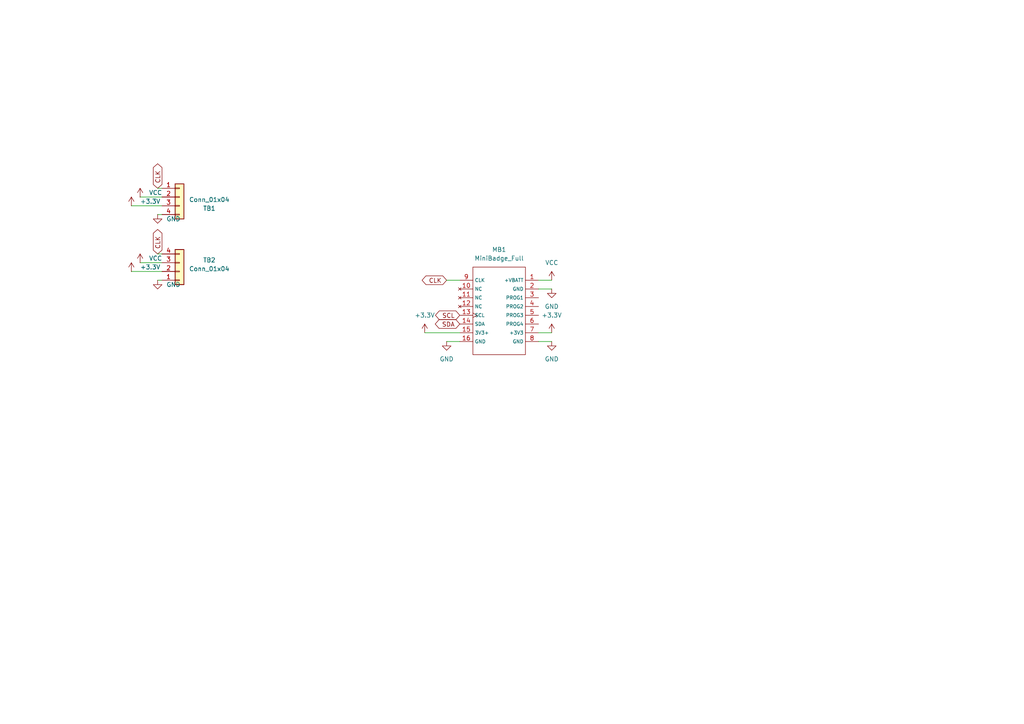
<source format=kicad_sch>
(kicad_sch (version 20250114) (generator "eeschema") (generator_version "9.0")
  (paper "A4")
  (lib_symbols
    (symbol "Connector_Generic:Conn_01x04" (pin_names (offset 1.016) (hide yes))
      (property "Reference" "J" (at 0 5.08 0))
      (property "Value" "Conn_01x04" (at 0 -7.62 0))
      (symbol "Conn_01x04_1_1"
        (rectangle (start -1.27 3.81) (end 1.27 -6.35) (stroke (width 0.254)) (fill (type background)))
        (rectangle (start -1.27 2.667) (end 0 2.413) (stroke (width 0.1524)))
        (rectangle (start -1.27 0.127) (end 0 -0.127) (stroke (width 0.1524)))
        (rectangle (start -1.27 -2.413) (end 0 -2.667) (stroke (width 0.1524)))
        (rectangle (start -1.27 -4.953) (end 0 -5.207) (stroke (width 0.1524)))
        (pin passive line (at -5.08 2.54 0) (length 3.81) (name "Pin_1") (number "1"))
        (pin passive line (at -5.08 0 0) (length 3.81) (name "Pin_2") (number "2"))
        (pin passive line (at -5.08 -2.54 0) (length 3.81) (name "Pin_3") (number "3"))
        (pin passive line (at -5.08 -5.08 0) (length 3.81) (name "Pin_4") (number "4"))
      )
    )
    (symbol "MiniBadge:MiniBadge_Full"
      (property "Reference" "MB" (at 8.89 0 0))
      (property "Value" "MiniBadge_Full" (at -10.16 0 0))
      (symbol "MiniBadge_Full_0_1"
        (rectangle (start -12.7 7.62) (end 12.7 -7.62))
      )
      (symbol "MiniBadge_Full_1_1"
        (pin power_out line (at -8.89 11.43 270) (length 3.81) (name "+VBATT") (number "1"))
        (pin output line (at -8.89 -11.43 90) (length 3.81) (name "CLK") (number "9"))
        (pin power_out line (at -6.35 11.43 270) (length 3.81) (name "GND") (number "2"))
        (pin no_connect line (at -6.35 -11.43 90) (length 3.81) (name "NC") (number "10"))
        (pin bidirectional line (at -3.81 11.43 270) (length 3.81) (name "PROG1") (number "3"))
        (pin no_connect line (at -3.81 -11.43 90) (length 3.81) (name "NC") (number "11"))
        (pin bidirectional line (at -1.27 11.43 270) (length 3.81) (name "PROG2") (number "4"))
        (pin no_connect line (at -1.27 -11.43 90) (length 3.81) (name "NC") (number "12"))
        (pin bidirectional line (at 1.27 11.43 270) (length 3.81) (name "PROG3") (number "5"))
        (pin bidirectional clock (at 1.27 -11.43 90) (length 3.81) (name "SCL") (number "13"))
        (pin bidirectional line (at 3.81 11.43 270) (length 3.81) (name "PROG4") (number "6"))
        (pin output line (at 3.81 -11.43 90) (length 3.81) (name "SDA") (number "14"))
        (pin power_out line (at 6.35 11.43 270) (length 3.81) (name "+3V3") (number "7"))
        (pin power_out line (at 6.35 -11.43 90) (length 3.81) (name "3V3+") (number "15"))
        (pin power_out line (at 8.89 11.43 270) (length 3.81) (name "GND") (number "8"))
        (pin power_out line (at 8.89 -11.43 90) (length 3.81) (name "GND") (number "16"))
      )
    )
    (symbol "power:+3.3V" (power) (pin_numbers (hide yes)) (pin_names (offset 0) (hide yes))
      (property "Value" "+3.3V" (at 0 3.556 0))
      (symbol "+3.3V_0_1"
        (polyline (pts (xy -0.762 1.27) (xy 0 2.54)))
        (polyline (pts (xy 0 2.54) (xy 0.762 1.27)))
        (polyline (pts (xy 0 0) (xy 0 2.54)))
      )
      (symbol "+3.3V_1_1"
        (pin power_in line (at 0 0 90) (length 0) (name "~") (number "1"))
      )
    )
    (symbol "power:GND" (power) (pin_numbers (hide yes)) (pin_names (offset 0) (hide yes))
      (property "Value" "GND" (at 0 -3.81 0))
      (symbol "GND_0_1"
        (polyline (pts (xy 0 0) (xy 0 -1.27) (xy 1.27 -1.27) (xy 0 -2.54) (xy -1.27 -1.27) (xy 0 -1.27)))
      )
      (symbol "GND_1_1"
        (pin power_in line (at 0 0 270) (length 0) (name "~") (number "1"))
      )
    )
    (symbol "power:VCC" (power) (pin_numbers (hide yes)) (pin_names (offset 0) (hide yes))
      (property "Value" "VCC" (at 0 3.556 0))
      (symbol "VCC_0_1"
        (polyline (pts (xy -0.762 1.27) (xy 0 2.54)))
        (polyline (pts (xy 0 2.54) (xy 0.762 1.27)))
        (polyline (pts (xy 0 0) (xy 0 2.54)))
      )
      (symbol "VCC_1_1"
        (pin power_in line (at 0 0 90) (length 0) (name "~") (number "1"))
      )
    )
  )
  (wire (pts (xy 46.99 57.15) (xy 40.64 57.15)))
  (wire (pts (xy 129.54 99.06) (xy 133.35 99.06)))
  (wire (pts (xy 156.21 83.82) (xy 160.02 83.82)))
  (wire (pts (xy 45.72 54.61) (xy 46.99 54.61)))
  (wire (pts (xy 46.99 76.2) (xy 40.64 76.2)))
  (wire (pts (xy 129.54 81.28) (xy 133.35 81.28)))
  (wire (pts (xy 123.19 96.52) (xy 133.35 96.52)))
  (wire (pts (xy 46.99 78.74) (xy 38.1 78.74)))
  (wire (pts (xy 46.99 59.69) (xy 38.1 59.69)))
  (wire (pts (xy 156.21 96.52) (xy 160.02 96.52)))
  (wire (pts (xy 46.99 62.23) (xy 45.72 62.23)))
  (wire (pts (xy 156.21 81.28) (xy 160.02 81.28)))
  (wire (pts (xy 46.99 81.28) (xy 45.72 81.28)))
  (wire (pts (xy 156.21 99.06) (xy 160.02 99.06)))
  (wire (pts (xy 45.72 73.66) (xy 46.99 73.66)))
  (global_label "SDA" (shape bidirectional) (at 133.35 93.98 180) (property "Intersheetrefs" "${INTERSHEET_REFS}" (effects (hide yes))))
  (global_label "CLK" (shape bidirectional) (at 129.54 81.28 180) (property "Intersheetrefs" "${INTERSHEET_REFS}" (effects (hide yes))))
  (global_label "SCL" (shape bidirectional) (at 133.35 91.44 180) (property "Intersheetrefs" "${INTERSHEET_REFS}" (effects (hide yes))))
  (global_label "CLK" (shape bidirectional) (at 45.72 54.61 90) (property "Intersheetrefs" "${INTERSHEET_REFS}" (effects (hide yes))))
  (global_label "CLK" (shape bidirectional) (at 45.72 73.66 90) (property "Intersheetrefs" "${INTERSHEET_REFS}" (effects (hide yes))))
  (symbol (lib_id "Connector_Generic:Conn_01x04") (at 52.07 78.74 0) (mirror x) (unit 1)
    (property "Reference" "TB2" (at 60.706 75.438 0))
    (property "Value" "Conn_01x04" (at 60.706 77.978 0))
    (property "Footprint" "Connector_JST:JST_GH_SM04B-GHS-TB_1x04-1MP_P1.25mm_Horizontal" (effects (hide yes)))
    (property "Description" "Generic connector, single row, 01x04, script generated (kicad-library-utils/schlib/autogen/connector/)" (effects (hide yes)))
  )
  (symbol (lib_id "power:+3.3V") (at 38.1 59.69 0) (unit 1)
    (property "Reference" "#PWR017" (effects (hide yes)))
    (property "Value" "+3.3V" (at 40.64 58.4199 0) (effects (justify left)))
    (property "Description" "Power symbol creates a global label with name \"+3.3V\"" (effects (hide yes)))
  )
  (symbol (lib_id "MiniBadge:MiniBadge_Full") (at 144.78 90.17 270) (unit 1)
    (property "Reference" "MB1" (at 144.78 72.39 90))
    (property "Value" "MiniBadge_Full" (at 144.78 74.93 90))
    (property "Footprint" "MiniBadge:MiniBadge_Slot_Reflective" (effects (hide yes)))
  )
  (symbol (lib_id "power:VCC") (at 40.64 57.15 0) (unit 1)
    (property "Reference" "#PWR016" (effects (hide yes)))
    (property "Value" "VCC" (at 43.18 55.8799 0) (effects (justify left)))
    (property "Description" "Power symbol creates a global label with name \"VCC\"" (effects (hide yes)))
  )
  (symbol (lib_id "power:+3.3V") (at 38.1 78.74 0) (unit 1)
    (property "Reference" "#PWR08" (effects (hide yes)))
    (property "Value" "+3.3V" (at 40.64 77.4699 0) (effects (justify left)))
    (property "Description" "Power symbol creates a global label with name \"+3.3V\"" (effects (hide yes)))
  )
  (symbol (lib_id "power:GND") (at 160.02 83.82 0) (unit 1)
    (property "Reference" "#PWR01" (effects (hide yes)))
    (property "Value" "GND" (at 160.02 88.9 0))
    (property "Description" "Power symbol creates a global label with name \"GND\" , ground" (effects (hide yes)))
  )
  (symbol (lib_id "power:+3.3V") (at 123.19 96.52 0) (unit 1)
    (property "Reference" "#PWR06" (effects (hide yes)))
    (property "Value" "+3.3V" (at 123.19 91.44 0))
    (property "Description" "Power symbol creates a global label with name \"+3.3V\"" (effects (hide yes)))
  )
  (symbol (lib_id "power:VCC") (at 40.64 76.2 0) (unit 1)
    (property "Reference" "#PWR07" (effects (hide yes)))
    (property "Value" "VCC" (at 43.18 74.9299 0) (effects (justify left)))
    (property "Description" "Power symbol creates a global label with name \"VCC\"" (effects (hide yes)))
  )
  (symbol (lib_id "power:VCC") (at 160.02 81.28 0) (unit 1)
    (property "Reference" "#PWR04" (effects (hide yes)))
    (property "Value" "VCC" (at 160.02 76.2 0))
    (property "Description" "Power symbol creates a global label with name \"VCC\"" (effects (hide yes)))
  )
  (symbol (lib_id "power:GND") (at 45.72 81.28 0) (unit 1)
    (property "Reference" "#PWR09" (effects (hide yes)))
    (property "Value" "GND" (at 48.26 82.5499 0) (effects (justify left)))
    (property "Description" "Power symbol creates a global label with name \"GND\" , ground" (effects (hide yes)))
  )
  (symbol (lib_id "power:GND") (at 45.72 62.23 0) (unit 1)
    (property "Reference" "#PWR018" (effects (hide yes)))
    (property "Value" "GND" (at 48.26 63.4999 0) (effects (justify left)))
    (property "Description" "Power symbol creates a global label with name \"GND\" , ground" (effects (hide yes)))
  )
  (symbol (lib_id "power:GND") (at 129.54 99.06 0) (unit 1)
    (property "Reference" "#PWR03" (effects (hide yes)))
    (property "Value" "GND" (at 129.54 104.14 0))
    (property "Description" "Power symbol creates a global label with name \"GND\" , ground" (effects (hide yes)))
  )
  (symbol (lib_id "power:GND") (at 160.02 99.06 0) (unit 1)
    (property "Reference" "#PWR02" (effects (hide yes)))
    (property "Value" "GND" (at 160.02 104.14 0))
    (property "Description" "Power symbol creates a global label with name \"GND\" , ground" (effects (hide yes)))
  )
  (symbol (lib_id "Connector_Generic:Conn_01x04") (at 52.07 57.15 0) (unit 1)
    (property "Reference" "TB1" (at 60.706 60.452 0))
    (property "Value" "Conn_01x04" (at 60.706 57.912 0))
    (property "Footprint" "Connector_JST:JST_GH_SM04B-GHS-TB_1x04-1MP_P1.25mm_Horizontal" (effects (hide yes)))
    (property "Description" "Generic connector, single row, 01x04, script generated (kicad-library-utils/schlib/autogen/connector/)" (effects (hide yes)))
  )
  (symbol (lib_id "power:+3.3V") (at 160.02 96.52 0) (unit 1)
    (property "Reference" "#PWR05" (effects (hide yes)))
    (property "Value" "+3.3V" (at 160.02 91.44 0))
    (property "Description" "Power symbol creates a global label with name \"+3.3V\"" (effects (hide yes)))
  )
)
</source>
